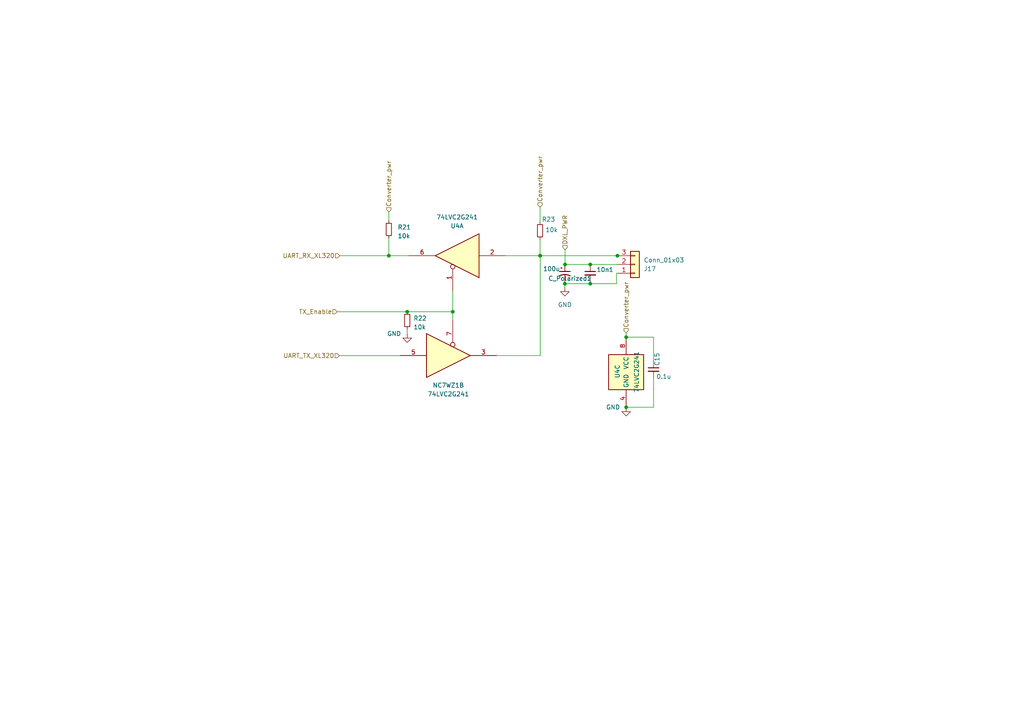
<source format=kicad_sch>
(kicad_sch (version 20230121) (generator eeschema)
  (paper "A4")
  (lib_symbols
    (symbol "74xGxx:74LVC2G241"
      (property "Reference" "U" (at 2.54 5.08 0))
      (property "Value" "74LVC2G241" (at 2.54 -7.62 0))
      (symbol "74LVC2G241_1_1"
        (polyline (pts (xy -7.62 6.35) (xy -7.62 -6.35) (xy 5.08 0) (xy -7.62 6.35)) (stroke (width 0.254)) (fill (type background)))
        (pin input inverted (at 0 10.16 270) (length 7.62) (name "~") (number "1"))
        (pin input line (at -15.24 0 0) (length 7.62) (name "~") (number "2"))
        (pin tri_state line (at 12.7 0 180) (length 7.62) (name "~") (number "6"))
      )
      (symbol "74LVC2G241_2_1"
        (polyline (pts (xy -7.62 6.35) (xy -7.62 -6.35) (xy 5.08 0) (xy -7.62 6.35)) (stroke (width 0.254)) (fill (type background)))
        (pin tri_state line (at 12.7 0 180) (length 7.62) (name "~") (number "3"))
        (pin input line (at -15.24 0 0) (length 7.62) (name "~") (number "5"))
        (pin input inverted (at 0 10.16 270) (length 7.62) (name "~") (number "7"))
      )
      (symbol "74LVC2G241_3_0"
        (rectangle (start -5.08 -5.08) (end 5.08 5.08) (stroke (width 0.254)) (fill (type background)))
      )
      (symbol "74LVC2G241_3_1"
        (pin power_in line (at 0 -10.16 90) (length 5.08) (name "GND") (number "4"))
        (pin power_in line (at 0 10.16 270) (length 5.08) (name "VCC") (number "8"))
      )
    )
    (symbol "Connector_Generic:Conn_01x03" (pin_names (offset 1.016) hide)
      (property "Reference" "J" (at 0 5.08 0))
      (property "Value" "Conn_01x03" (at 0 -5.08 0))
      (symbol "Conn_01x03_1_1"
        (rectangle (start -1.27 -2.413) (end 0 -2.667) (stroke (width 0.1524)))
        (rectangle (start -1.27 0.127) (end 0 -0.127) (stroke (width 0.1524)))
        (rectangle (start -1.27 2.667) (end 0 2.413) (stroke (width 0.1524)))
        (rectangle (start -1.27 3.81) (end 1.27 -3.81) (stroke (width 0.254)) (fill (type background)))
        (pin passive line (at -5.08 2.54 0) (length 3.81) (name "Pin_1") (number "1"))
        (pin passive line (at -5.08 0 0) (length 3.81) (name "Pin_2") (number "2"))
        (pin passive line (at -5.08 -2.54 0) (length 3.81) (name "Pin_3") (number "3"))
      )
    )
    (symbol "Device:C_Polarized_Small_US" (pin_numbers hide) (pin_names (offset 0.254) hide)
      (property "Reference" "C" (at 0.254 1.778 0))
      (property "Value" "C_Polarized_Small_US" (at 0.254 -2.032 0))
      (symbol "C_Polarized_Small_US_0_1"
        (polyline (pts (xy -1.524 0.508) (xy 1.524 0.508)) (stroke (width 0.3048)))
        (polyline (pts (xy -1.27 1.524) (xy -0.762 1.524)))
        (polyline (pts (xy -1.016 1.27) (xy -1.016 1.778)))
        (arc (start 1.524 -0.762) (mid 0 -0.3734) (end -1.524 -0.762) (stroke (width 0.3048)))
      )
      (symbol "C_Polarized_Small_US_1_1"
        (pin passive line (at 0 2.54 270) (length 2.032) (name "~") (number "1"))
        (pin passive line (at 0 -2.54 90) (length 2.032) (name "~") (number "2"))
      )
    )
    (symbol "Device:C_Small" (pin_numbers hide) (pin_names (offset 0.254) hide)
      (property "Reference" "C" (at 0.254 1.778 0))
      (property "Value" "C_Small" (at 0.254 -2.032 0))
      (symbol "C_Small_0_1"
        (polyline (pts (xy -1.524 -0.508) (xy 1.524 -0.508)) (stroke (width 0.3302)))
        (polyline (pts (xy -1.524 0.508) (xy 1.524 0.508)) (stroke (width 0.3048)))
      )
      (symbol "C_Small_1_1"
        (pin passive line (at 0 2.54 270) (length 2.032) (name "~") (number "1"))
        (pin passive line (at 0 -2.54 90) (length 2.032) (name "~") (number "2"))
      )
    )
    (symbol "Device:R_Small" (pin_numbers hide) (pin_names (offset 0.254) hide)
      (property "Reference" "R" (at 0.762 0.508 0))
      (property "Value" "R_Small" (at 0.762 -1.016 0))
      (symbol "R_Small_0_1"
        (rectangle (start -0.762 1.778) (end 0.762 -1.778) (stroke (width 0.2032)))
      )
      (symbol "R_Small_1_1"
        (pin passive line (at 0 2.54 270) (length 0.762) (name "~") (number "1"))
        (pin passive line (at 0 -2.54 90) (length 0.762) (name "~") (number "2"))
      )
    )
    (symbol "power:GND" (power) (pin_names (offset 0))
      (property "Value" "GND" (at 0 -3.81 0))
      (symbol "GND_0_1"
        (polyline (pts (xy 0 0) (xy 0 -1.27) (xy 1.27 -1.27) (xy 0 -2.54) (xy -1.27 -1.27) (xy 0 -1.27)))
      )
      (symbol "GND_1_1"
        (pin power_in line (at 0 0 270) (length 0) hide (name "GND") (number "1"))
      )
    )
  )
  (junction (at 131.318 90.424))
  (junction (at 156.6362 74.168))
  (junction (at 181.61 97.79))
  (junction (at 171.196 82.296))
  (junction (at 179.07 74.168))
  (junction (at 118.11 90.424))
  (junction (at 163.83 82.296))
  (junction (at 163.8824 76.708))
  (junction (at 181.61 118.11))
  (junction (at 156.6898 74.168))
  (junction (at 112.776 74.168))
  (junction (at 171.196 76.708))
  (wire (pts (xy 156.6898 74.168) (xy 179.07 74.168)))
  (wire (pts (xy 112.776 74.168) (xy 118.618 74.168)))
  (wire (pts (xy 163.8824 72.439) (xy 163.8824 76.708)))
  (wire (pts (xy 156.6362 69.4708) (xy 156.6362 74.168)))
  (wire (pts (xy 171.196 76.708) (xy 179.07 76.708)))
  (wire (pts (xy 156.6362 74.168) (xy 156.6898 74.168)))
  (wire (pts (xy 163.8824 76.708) (xy 171.196 76.708)))
  (wire (pts (xy 117.856 90.17) (xy 118.11 90.17)))
  (wire (pts (xy 116.078 103.1543) (xy 116.078 103.124)))
  (wire (pts (xy 118.11 90.17) (xy 118.11 90.424)))
  (wire (pts (xy 163.83 82.296) (xy 163.83 81.788)))
  (wire (pts (xy 118.11 96.774) (xy 118.11 95.504)))
  (wire (pts (xy 112.776 61.468) (xy 112.776 64.008)))
  (wire (pts (xy 163.83 76.708) (xy 163.8824 76.708)))
  (wire (pts (xy 98.4276 103.1543) (xy 116.078 103.1543)))
  (wire (pts (xy 112.776 69.088) (xy 112.776 74.168)))
  (wire (pts (xy 98.552 74.168) (xy 112.776 74.168)))
  (wire (pts (xy 189.5632 109.7211) (xy 189.5632 118.11)))
  (wire (pts (xy 179.07 74.168) (xy 179.324 74.168)))
  (wire (pts (xy 189.5632 97.79) (xy 189.5632 104.6411)))
  (wire (pts (xy 181.6019 97.79) (xy 181.6019 96.5499)))
  (wire (pts (xy 181.61 97.79) (xy 189.5632 97.79)))
  (wire (pts (xy 181.61 118.11) (xy 189.5632 118.11)))
  (wire (pts (xy 156.6898 103.124) (xy 156.6898 74.168)))
  (wire (pts (xy 117.856 90.424) (xy 97.79 90.424)))
  (wire (pts (xy 171.196 82.296) (xy 171.196 81.788)))
  (wire (pts (xy 156.6362 60.0728) (xy 156.6362 64.3908)))
  (wire (pts (xy 178.816 82.296) (xy 178.816 79.248)))
  (wire (pts (xy 117.856 90.424) (xy 117.856 90.17)))
  (wire (pts (xy 131.318 90.424) (xy 118.11 90.424)))
  (wire (pts (xy 131.318 84.328) (xy 131.318 90.424)))
  (wire (pts (xy 178.816 79.248) (xy 179.07 79.248)))
  (wire (pts (xy 131.318 90.424) (xy 131.318 92.964)))
  (wire (pts (xy 181.6019 97.79) (xy 181.61 97.79)))
  (wire (pts (xy 171.196 82.296) (xy 178.816 82.296)))
  (wire (pts (xy 144.018 103.124) (xy 156.6898 103.124)))
  (wire (pts (xy 163.83 82.296) (xy 163.83 83.312)))
  (wire (pts (xy 146.558 74.168) (xy 156.6362 74.168)))
  (wire (pts (xy 163.83 82.296) (xy 171.196 82.296)))
  (hierarchical_label "UART_TX_XL320" (shape input) (at 98.4276 103.1543 180))
  (hierarchical_label "Converter_pwr" (shape input) (at 181.6019 96.5499 90))
  (hierarchical_label "UART_RX_XL320" (shape input) (at 98.552 74.168 180))
  (hierarchical_label "Converter_pwr" (shape input) (at 112.776 61.468 90))
  (hierarchical_label "TX_Enable" (shape input) (at 97.79 90.424 180))
  (hierarchical_label "Converter_pwr" (shape input) (at 156.6362 60.0728 90))
  (hierarchical_label "DXL_PWR" (shape input) (at 163.8824 72.439 90))
  (symbol (lib_id "Device:C_Polarized_Small_US") (at 163.83 79.248 0) (unit 1)
    (property "Reference" "C_Polarized1" (at 159.004 80.772 0) (effects (justify left)))
    (property "Value" "100u" (at 157.48 77.978 0) (effects (justify left)))
  )
  (symbol (lib_id "74xGxx:74LVC2G241") (at 131.318 103.124 0) (unit 2)
    (property "Reference" "NC7WZ1" (at 130.048 111.76 0))
    (property "Value" "74LVC2G241" (at 130.048 114.3 0))
    (property "Datasheet" "http://www.ti.com/lit/sg/scyt129e/scyt129e.pdf" (effects hide))
  )
  (symbol (lib_id "Device:C_Small") (at 171.196 79.248 0) (unit 1)
    (property "Reference" "10n1" (at 172.974 78.232 0) (effects (justify left)))
    (property "Value" "C_Small" (effects hide))
  )
  (symbol (lib_id "power:GND") (at 163.83 83.312 0) (unit 1)
    (property "Reference" "#PWR035" (effects hide))
    (property "Value" "GND" (at 163.83 88.392 0))
  )
  (symbol (lib_id "Connector_Generic:Conn_01x03") (at 184.15 76.708 0) (mirror x) (unit 1)
    (property "Reference" "J17" (at 186.69 77.978 0) (effects (justify left)))
    (property "Value" "Conn_01x03" (at 186.69 75.438 0) (effects (justify left)))
  )
  (symbol (lib_id "Device:R_Small") (at 156.6362 66.9308 0) (unit 1)
    (property "Reference" "R23" (at 157.1442 63.6288 0) (effects (justify left)))
    (property "Value" "10k" (at 158.1602 66.6768 0) (effects (justify left)))
  )
  (symbol (lib_id "Device:C_Small") (at 189.5632 107.1811 0) (unit 1)
    (property "Reference" "C15" (at 190.5792 106.1651 90) (effects (justify left)))
    (property "Value" "0.1u" (at 190.3252 109.2131 0) (effects (justify left)))
  )
  (symbol (lib_id "power:GND") (at 181.61 118.11 0) (unit 1)
    (property "Reference" "#PWR036" (effects hide))
    (property "Value" "GND" (at 177.8 118.11 0))
  )
  (symbol (lib_id "power:GND") (at 118.11 96.774 0) (unit 1)
    (property "Reference" "#PWR034" (effects hide))
    (property "Value" "GND" (at 114.3 96.774 0))
  )
  (symbol (lib_id "Device:R_Small") (at 118.11 92.964 0) (unit 1)
    (property "Reference" "R22" (at 119.888 92.329 0) (effects (justify left)))
    (property "Value" "10k" (at 119.888 94.869 0) (effects (justify left)))
  )
  (symbol (lib_id "74xGxx:74LVC2G241") (at 181.61 107.95 0) (unit 3)
    (property "Reference" "U4" (at 179.07 109.728 90) (effects (justify left)))
    (property "Value" "74LVC2G241" (at 184.658 101.854 90) (effects (justify right)))
    (property "Datasheet" "http://www.ti.com/lit/sg/scyt129e/scyt129e.pdf" (effects hide))
  )
  (symbol (lib_id "Device:R_Small") (at 112.776 66.548 0) (unit 1)
    (property "Reference" "R21" (at 115.316 65.913 0) (effects (justify left)))
    (property "Value" "10k" (at 115.316 68.453 0) (effects (justify left)))
  )
  (symbol (lib_id "74xGxx:74LVC2G241") (at 131.318 74.168 180) (unit 1)
    (property "Reference" "U4" (at 132.588 65.532 0))
    (property "Value" "74LVC2G241" (at 132.588 62.992 0))
    (property "Datasheet" "http://www.ti.com/lit/sg/scyt129e/scyt129e.pdf" (effects hide))
  )
)
</source>
